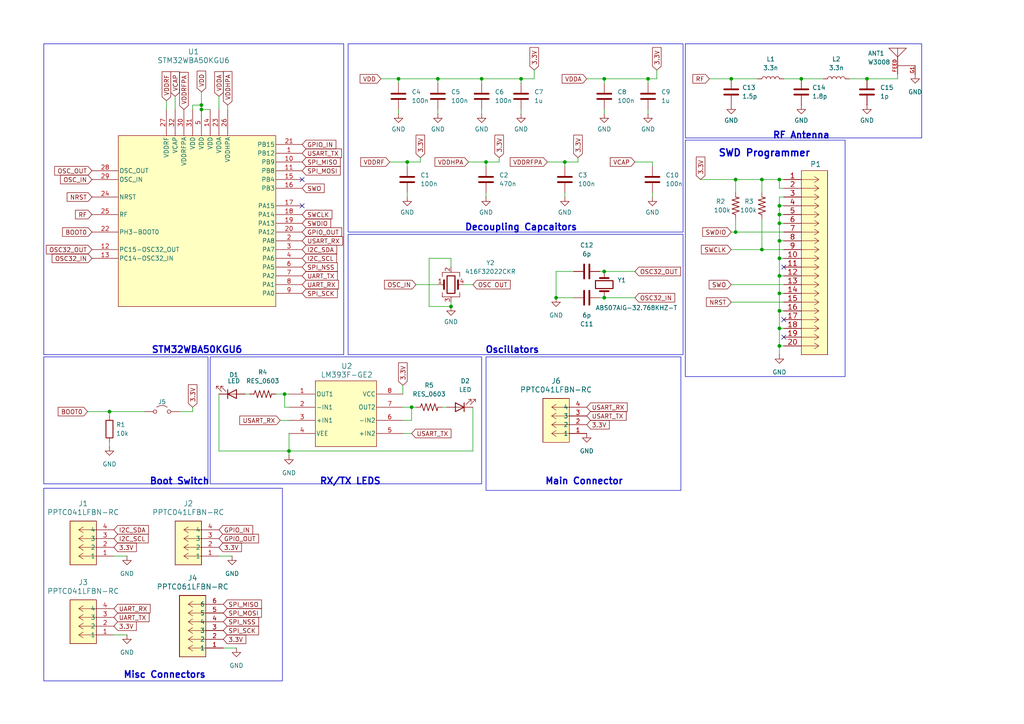
<source format=kicad_sch>
(kicad_sch (version 20231120) (generator "eeschema") (generator_version "8.0")
  (paper "A4")
  (lib_symbols
    (symbol "Device:C" (pin_numbers hide) (pin_names (offset 0.254))
      (property "Reference" "C" (at 0.635 2.54 0))
      (property "Value" "C" (at 0.635 -2.54 0))
      (symbol "C_1_1"
        (pin passive line (at 0 3.81 270) (length 2.794) (name "~") (number "1"))
        (pin passive line (at 0 -3.81 90) (length 2.794) (name "~") (number "2"))
      )
    )
    (symbol "Device:Crystal" (pin_numbers hide) (pin_names (offset 1.016) hide)
      (property "Reference" "Y" (at 0 3.81 0))
      (property "Value" "Crystal" (at 0 -3.81 0))
      (symbol "Crystal_1_1"
        (pin passive line (at -3.81 0 0) (length 1.27) (name "1") (number "1"))
        (pin passive line (at 3.81 0 180) (length 1.27) (name "2") (number "2"))
      )
    )
    (symbol "Device:Crystal_GND23" (pin_names (offset 1.016) hide)
      (property "Reference" "Y" (at 3.175 5.08 0))
      (property "Value" "Crystal_GND23" (at 3.175 3.175 0))
      (symbol "Crystal_GND23_1_1"
        (pin passive line (at -3.81 0 0) (length 1.27) (name "1") (number "1"))
        (pin passive line (at 0 5.08 270) (length 1.27) (name "2") (number "2"))
        (pin passive line (at 0 -5.08 90) (length 1.27) (name "3") (number "3"))
        (pin passive line (at 3.81 0 180) (length 1.27) (name "4") (number "4"))
      )
    )
    (symbol "Device:L" (pin_numbers hide) (pin_names (offset 1.016) hide)
      (property "Reference" "L" (at -1.27 0 90))
      (property "Value" "L" (at 1.905 0 90))
      (symbol "L_1_1"
        (pin passive line (at 0 3.81 270) (length 1.27) (name "1") (number "1"))
        (pin passive line (at 0 -3.81 90) (length 1.27) (name "2") (number "2"))
      )
    )
    (symbol "Device:LED" (pin_numbers hide) (pin_names (offset 1.016) hide)
      (property "Reference" "D" (at 0 2.54 0))
      (property "Value" "LED" (at 0 -2.54 0))
      (symbol "LED_1_1"
        (pin passive line (at -3.81 0 0) (length 2.54) (name "K") (number "1"))
        (pin passive line (at 3.81 0 180) (length 2.54) (name "A") (number "2"))
      )
    )
    (symbol "Device:R" (pin_numbers hide) (pin_names (offset 0))
      (property "Reference" "R" (at 2.032 0 90))
      (property "Value" "R" (at 0 0 90))
      (symbol "R_1_1"
        (pin passive line (at 0 3.81 270) (length 1.27) (name "~") (number "1"))
        (pin passive line (at 0 -3.81 90) (length 1.27) (name "~") (number "2"))
      )
    )
    (symbol "Flight-Computer:3220-20-0200-00" (pin_names (offset 0.254) hide)
      (property "Reference" "P" (at 8.89 6.35 0))
      (symbol "3220-20-0200-00_1_1"
        (pin passive line (at 0 0 0) (length 5.08) (name "1") (number "1"))
        (pin passive line (at 0 -22.86 0) (length 5.08) (name "10") (number "10"))
        (pin passive line (at 0 -25.4 0) (length 5.08) (name "11") (number "11"))
        (pin passive line (at 0 -27.94 0) (length 5.08) (name "12") (number "12"))
        (pin passive line (at 0 -30.48 0) (length 5.08) (name "13") (number "13"))
        (pin passive line (at 0 -33.02 0) (length 5.08) (name "14") (number "14"))
        (pin passive line (at 0 -35.56 0) (length 5.08) (name "15") (number "15"))
        (pin passive line (at 0 -38.1 0) (length 5.08) (name "16") (number "16"))
        (pin passive line (at 0 -40.64 0) (length 5.08) (name "17") (number "17"))
        (pin passive line (at 0 -43.18 0) (length 5.08) (name "18") (number "18"))
        (pin passive line (at 0 -45.72 0) (length 5.08) (name "19") (number "19"))
        (pin passive line (at 0 -2.54 0) (length 5.08) (name "2") (number "2"))
        (pin passive line (at 0 -48.26 0) (length 5.08) (name "20") (number "20"))
        (pin passive line (at 0 -5.08 0) (length 5.08) (name "3") (number "3"))
        (pin passive line (at 0 -7.62 0) (length 5.08) (name "4") (number "4"))
        (pin passive line (at 0 -10.16 0) (length 5.08) (name "5") (number "5"))
        (pin passive line (at 0 -12.7 0) (length 5.08) (name "6") (number "6"))
        (pin passive line (at 0 -15.24 0) (length 5.08) (name "7") (number "7"))
        (pin passive line (at 0 -17.78 0) (length 5.08) (name "8") (number "8"))
        (pin passive line (at 0 -20.32 0) (length 5.08) (name "9") (number "9"))
      )
    )
    (symbol "Flight-Computer:Jumper_NO" (pin_numbers hide) (pin_names (offset 0) hide)
      (property "Reference" "J" (at 0 2.794 0))
      (symbol "Jumper_NO_1_1"
        (pin passive line (at -5.08 0 0) (length 2.54) (name "A") (number "1"))
        (pin passive line (at 5.08 0 180) (length 2.54) (name "B") (number "2"))
      )
    )
    (symbol "Flight-Computer:RES_0603" (pin_numbers hide) (pin_names (offset 1.016) hide)
      (property "Reference" "R" (at -1.27 1.27 0))
      (property "Value" "RES_0603" (at -3.81 -2.54 0))
      (symbol "RES_0603_0_0"
        (pin passive line (at -3.81 0 0) (length 1.27) (name "~") (number "1"))
        (pin passive line (at 3.81 0 180) (length 1.27) (name "~") (number "2"))
      )
    )
    (symbol "LM393F_GE2:LM393F-GE2" (pin_names (offset 0.254))
      (property "Reference" "U2" (at 16.764 6.858 0))
      (property "Value" "LM393F-GE2" (at 16.764 4.318 0))
      (symbol "LM393F-GE2_0_1"
        (pin output line (at 0 -1.27 0) (length 7.62) (name "OUT1") (number "1"))
        (pin input line (at 0 -5.08 0) (length 7.62) (name "-IN1") (number "2"))
        (pin input line (at 0 -8.89 0) (length 7.62) (name "+IN1") (number "3"))
        (pin power_in line (at 0 -12.7 0) (length 7.62) (name "VEE") (number "4"))
        (pin input line (at 33.02 -12.7 180) (length 7.62) (name "+IN2") (number "5"))
        (pin input line (at 33.02 -8.89 180) (length 7.62) (name "-IN2") (number "6"))
        (pin output line (at 33.02 -5.08 180) (length 7.62) (name "OUT2") (number "7"))
        (pin power_in line (at 33.02 -1.27 180) (length 7.62) (name "VCC") (number "8"))
      )
    )
    (symbol "PPCC041:PPTC061LFBN-RC" (pin_names (offset 0.254))
      (property "Reference" "J4" (at 8.89 -20.32 0))
      (property "Value" "PPTC061LFBN-RC" (at 8.89 -17.78 0))
      (symbol "PPTC061LFBN-RC_0_1"
        (pin unspecified line (at 0 0 0) (length 5.08) (name "1") (number "1"))
        (pin unspecified line (at 0 -2.54 0) (length 5.08) (name "2") (number "2"))
        (pin unspecified line (at 0 -5.08 0) (length 5.08) (name "3") (number "3"))
        (pin unspecified line (at 0 -7.62 0) (length 5.08) (name "4") (number "4"))
        (pin unspecified line (at 0 -10.16 0) (length 5.08) (name "5") (number "5"))
        (pin unspecified line (at 0 -12.7 0) (length 5.08) (name "6") (number "6"))
      )
    )
    (symbol "PPTC041LFBN-RC_1" (pin_names (offset 0.254))
      (property "Reference" "J1" (at 8.89 -15.24 0))
      (property "Value" "PPTC041LFBN-RC" (at 8.89 -12.7 0))
      (symbol "PPTC041LFBN-RC_1_1_1"
        (pin unspecified line (at 0 0 0) (length 5.08) (name "1") (number "1"))
        (pin unspecified line (at 0 -2.54 0) (length 5.08) (name "2") (number "2"))
        (pin unspecified line (at 0 -5.08 0) (length 5.08) (name "3") (number "3"))
        (pin unspecified line (at 0 -7.62 0) (length 5.08) (name "4") (number "4"))
      )
      (symbol "PPTC041LFBN-RC_1_1_2"
        (pin unspecified line (at 0 0 0) (length 5.08) (name "1") (number "1"))
        (pin unspecified line (at 0 -2.54 0) (length 5.08) (name "2") (number "2"))
        (pin unspecified line (at 0 -5.08 0) (length 5.08) (name "3") (number "3"))
        (pin unspecified line (at 0 -7.62 0) (length 5.08) (name "4") (number "4"))
      )
    )
    (symbol "RES_0603_5" (pin_numbers hide) (pin_names (offset 1.016) hide)
      (property "Reference" "R" (at -1.27 1.27 0))
      (property "Value" "RES_0603_5" (at -3.81 -2.54 0))
      (symbol "RES_0603_5_0_0"
        (pin passive line (at -3.81 0 0) (length 1.27) (name "~") (number "1"))
        (pin passive line (at 3.81 0 180) (length 1.27) (name "~") (number "2"))
      )
    )
    (symbol "STM32WBA50:STM32WBA50KGU6" (pin_names (offset 0.254))
      (property "Reference" "U1" (at 29.464 23.114 0))
      (property "Value" "STM32WBA50KGU6" (at 29.464 20.574 0))
      (symbol "STM32WBA50KGU6_0_1"
        (pin bidirectional line (at 60.96 -6.35 180) (length 7.62) (name "PB12") (number "1"))
        (pin bidirectional line (at 60.96 -8.89 180) (length 7.62) (name "PB9") (number "10"))
        (pin bidirectional line (at 60.96 -11.43 180) (length 7.62) (name "PB8") (number "11"))
        (pin bidirectional line (at 0 -34.29 0) (length 7.62) (name "PC15-OSC32_OUT") (number "12"))
        (pin bidirectional line (at 0 -36.83 0) (length 7.62) (name "PC14-OSC32_IN") (number "13"))
        (pin bidirectional line (at 60.96 -13.97 180) (length 7.62) (name "PB4") (number "15"))
        (pin bidirectional line (at 60.96 -16.51 180) (length 7.62) (name "PB3") (number "16"))
        (pin bidirectional line (at 60.96 -21.59 180) (length 7.62) (name "PA15") (number "17"))
        (pin bidirectional line (at 60.96 -24.13 180) (length 7.62) (name "PA14") (number "18"))
        (pin bidirectional line (at 60.96 -26.67 180) (length 7.62) (name "PA13") (number "19"))
        (pin bidirectional line (at 60.96 -31.75 180) (length 7.62) (name "PA8") (number "2"))
        (pin bidirectional line (at 60.96 -29.21 180) (length 7.62) (name "PA12") (number "20"))
        (pin bidirectional line (at 60.96 -3.81 180) (length 7.62) (name "PB15") (number "21"))
        (pin bidirectional line (at 0 -29.21 0) (length 7.62) (name "PH3-BOOT0") (number "22"))
        (pin power_in line (at 36.83 6.35 270) (length 7.62) (name "VDDA") (number "23"))
        (pin bidirectional line (at 0 -19.05 0) (length 7.62) (name "NRST") (number "24"))
        (pin unspecified line (at 0 -24.13 0) (length 7.62) (name "RF") (number "25"))
        (pin power_in line (at 39.37 6.35 270) (length 7.62) (name "VDDHPA") (number "26"))
        (pin power_in line (at 21.59 6.35 270) (length 7.62) (name "VDDRF") (number "27"))
        (pin output line (at 0 -11.43 0) (length 7.62) (name "OSC_OUT") (number "28"))
        (pin input line (at 0 -13.97 0) (length 7.62) (name "OSC_IN") (number "29"))
        (pin bidirectional line (at 60.96 -34.29 180) (length 7.62) (name "PA7") (number "3"))
        (pin power_in line (at 26.67 6.35 270) (length 7.62) (name "VDDRFPA") (number "30"))
        (pin power_in line (at 29.21 6.35 270) (length 7.62) (name "VDD") (number "31"))
        (pin power_in line (at 24.13 6.35 270) (length 7.62) (name "VCAP") (number "32"))
        (pin bidirectional line (at 60.96 -36.83 180) (length 7.62) (name "PA6") (number "4"))
        (pin bidirectional line (at 60.96 -39.37 180) (length 7.62) (name "PA5") (number "6"))
        (pin bidirectional line (at 60.96 -41.91 180) (length 7.62) (name "PA2") (number "7"))
        (pin bidirectional line (at 60.96 -44.45 180) (length 7.62) (name "PA1") (number "8"))
        (pin bidirectional line (at 60.96 -46.99 180) (length 7.62) (name "PA0") (number "9"))
      )
      (symbol "STM32WBA50KGU6_1_1"
        (pin power_in line (at 34.29 6.35 270) (length 7.62) (name "VDD") (number "14"))
        (pin power_in line (at 31.75 6.35 270) (length 7.62) (name "VDD") (number "5"))
      )
    )
    (symbol "W3008:W3008" (pin_names (offset 1.016))
      (property "Reference" "ANT1" (at 7.62 3.8101 0))
      (property "Value" "W3008" (at 7.62 1.2701 0))
      (symbol "W3008_0_0"
        (pin passive line (at 1.27 -2.54 90) (length 5.08) (name "~") (number "FEED"))
        (pin passive line (at 6.35 -2.54 90) (length 2.54) (name "~") (number "G1"))
      )
    )
    (symbol "power:GND" (power) (pin_numbers hide) (pin_names (offset 0) hide)
      (property "Value" "GND" (at 0 -3.81 0))
      (symbol "GND_1_1"
        (pin power_in line (at 0 0 270) (length 0) (name "~") (number "1"))
      )
    )
  )
  (junction (at 175.26 78.74))
  (junction (at 82.55 114.3))
  (junction (at 226.06 95.25))
  (junction (at 226.06 59.69))
  (junction (at 226.06 80.01))
  (junction (at 118.11 46.99))
  (junction (at 226.06 74.93))
  (junction (at 213.36 67.31))
  (junction (at 175.26 22.86))
  (junction (at 232.41 22.86))
  (junction (at 130.81 88.9))
  (junction (at 151.13 22.86))
  (junction (at 83.82 130.81))
  (junction (at 127 22.86))
  (junction (at 175.26 86.36))
  (junction (at 220.98 52.07))
  (junction (at 58.42 30.48))
  (junction (at 220.98 72.39))
  (junction (at 115.57 22.86))
  (junction (at 31.75 119.38))
  (junction (at 226.06 62.23))
  (junction (at 226.06 90.17))
  (junction (at 119.38 118.11))
  (junction (at 212.09 22.86))
  (junction (at 139.7 22.86))
  (junction (at 226.06 52.07))
  (junction (at 226.06 64.77))
  (junction (at 226.06 85.09))
  (junction (at 161.29 86.36))
  (junction (at 163.83 46.99))
  (junction (at 58.42 31.75))
  (junction (at 226.06 69.85))
  (junction (at 140.97 46.99))
  (junction (at 251.46 22.86))
  (junction (at 187.96 22.86))
  (junction (at 213.36 52.07))
  (junction (at 226.06 100.33))
  (no_connect (at 227.33 77.47))
  (no_connect (at 87.63 59.69))
  (no_connect (at 227.33 92.71))
  (no_connect (at 87.63 52.07))
  (no_connect (at 227.33 97.79))
  (wire (pts (xy 220.98 52.07) (xy 213.36 52.07)))
  (wire (pts (xy 52.07 119.38) (xy 55.88 119.38)))
  (wire (pts (xy 227.33 57.15) (xy 226.06 57.15)))
  (wire (pts (xy 121.92 45.72) (xy 121.92 46.99)))
  (wire (pts (xy 170.18 22.86) (xy 175.26 22.86)))
  (wire (pts (xy 83.82 130.81) (xy 83.82 132.08)))
  (wire (pts (xy 227.33 95.25) (xy 226.06 95.25)))
  (wire (pts (xy 140.97 55.88) (xy 140.97 57.15)))
  (wire (pts (xy 226.06 85.09) (xy 226.06 90.17)))
  (wire (pts (xy 226.06 62.23) (xy 226.06 64.77)))
  (wire (pts (xy 227.33 22.86) (xy 232.41 22.86)))
  (wire (pts (xy 116.84 111.76) (xy 116.84 114.3)))
  (wire (pts (xy 226.06 57.15) (xy 226.06 59.69)))
  (wire (pts (xy 113.03 46.99) (xy 118.11 46.99)))
  (wire (pts (xy 226.06 90.17) (xy 226.06 95.25)))
  (wire (pts (xy 187.96 22.86) (xy 187.96 24.13)))
  (wire (pts (xy 232.41 22.86) (xy 238.76 22.86)))
  (wire (pts (xy 120.65 82.55) (xy 127 82.55)))
  (wire (pts (xy 251.46 22.86) (xy 260.35 22.86)))
  (wire (pts (xy 55.88 31.75) (xy 55.88 30.48)))
  (wire (pts (xy 139.7 22.86) (xy 139.7 24.13)))
  (wire (pts (xy 213.36 67.31) (xy 227.33 67.31)))
  (wire (pts (xy 130.81 74.93) (xy 124.46 74.93)))
  (wire (pts (xy 226.06 54.61) (xy 226.06 52.07)))
  (wire (pts (xy 187.96 22.86) (xy 190.5 22.86)))
  (wire (pts (xy 31.75 119.38) (xy 41.91 119.38)))
  (wire (pts (xy 119.38 121.92) (xy 116.84 121.92)))
  (wire (pts (xy 227.33 82.55) (xy 212.09 82.55)))
  (wire (pts (xy 58.42 30.48) (xy 58.42 31.75)))
  (wire (pts (xy 227.33 64.77) (xy 226.06 64.77)))
  (wire (pts (xy 83.82 125.73) (xy 83.82 130.81)))
  (wire (pts (xy 119.38 118.11) (xy 119.38 121.92)))
  (wire (pts (xy 116.84 118.11) (xy 119.38 118.11)))
  (wire (pts (xy 226.06 80.01) (xy 226.06 85.09)))
  (wire (pts (xy 139.7 22.86) (xy 151.13 22.86)))
  (wire (pts (xy 227.33 74.93) (xy 226.06 74.93)))
  (wire (pts (xy 110.49 22.86) (xy 115.57 22.86)))
  (wire (pts (xy 83.82 130.81) (xy 137.16 130.81)))
  (wire (pts (xy 227.33 90.17) (xy 226.06 90.17)))
  (wire (pts (xy 227.33 100.33) (xy 226.06 100.33)))
  (wire (pts (xy 175.26 86.36) (xy 184.15 86.36)))
  (wire (pts (xy 48.26 29.21) (xy 48.26 31.75)))
  (wire (pts (xy 220.98 72.39) (xy 227.33 72.39)))
  (wire (pts (xy 140.97 46.99) (xy 144.78 46.99)))
  (wire (pts (xy 226.06 69.85) (xy 226.06 74.93)))
  (wire (pts (xy 130.81 77.47) (xy 130.81 74.93)))
  (wire (pts (xy 55.88 118.11) (xy 55.88 119.38)))
  (wire (pts (xy 190.5 20.32) (xy 190.5 22.86)))
  (wire (pts (xy 115.57 22.86) (xy 115.57 24.13)))
  (wire (pts (xy 175.26 22.86) (xy 187.96 22.86)))
  (wire (pts (xy 226.06 95.25) (xy 226.06 100.33)))
  (wire (pts (xy 227.33 69.85) (xy 226.06 69.85)))
  (wire (pts (xy 226.06 64.77) (xy 226.06 69.85)))
  (wire (pts (xy 63.5 114.3) (xy 63.5 130.81)))
  (wire (pts (xy 82.55 114.3) (xy 83.82 114.3)))
  (wire (pts (xy 31.75 119.38) (xy 31.75 120.65)))
  (wire (pts (xy 63.5 27.94) (xy 63.5 31.75)))
  (wire (pts (xy 227.33 54.61) (xy 226.06 54.61)))
  (wire (pts (xy 144.78 45.72) (xy 144.78 46.99)))
  (wire (pts (xy 246.38 22.86) (xy 251.46 22.86)))
  (wire (pts (xy 127 22.86) (xy 139.7 22.86)))
  (wire (pts (xy 226.06 52.07) (xy 220.98 52.07)))
  (wire (pts (xy 213.36 52.07) (xy 203.2 52.07)))
  (wire (pts (xy 175.26 22.86) (xy 175.26 24.13)))
  (wire (pts (xy 83.82 130.81) (xy 63.5 130.81)))
  (wire (pts (xy 127 22.86) (xy 127 24.13)))
  (wire (pts (xy 154.94 20.32) (xy 154.94 22.86)))
  (wire (pts (xy 130.81 87.63) (xy 130.81 88.9)))
  (wire (pts (xy 227.33 59.69) (xy 226.06 59.69)))
  (wire (pts (xy 151.13 22.86) (xy 151.13 24.13)))
  (wire (pts (xy 139.7 31.75) (xy 139.7 33.02)))
  (wire (pts (xy 33.02 161.29) (xy 36.83 161.29)))
  (wire (pts (xy 173.99 78.74) (xy 175.26 78.74)))
  (wire (pts (xy 163.83 55.88) (xy 163.83 57.15)))
  (wire (pts (xy 63.5 161.29) (xy 67.31 161.29)))
  (wire (pts (xy 33.02 184.15) (xy 36.83 184.15)))
  (wire (pts (xy 167.64 45.72) (xy 167.64 46.99)))
  (wire (pts (xy 134.62 82.55) (xy 137.16 82.55)))
  (wire (pts (xy 66.04 30.48) (xy 66.04 31.75)))
  (wire (pts (xy 220.98 63.5) (xy 220.98 72.39)))
  (wire (pts (xy 260.35 22.86) (xy 260.35 21.59)))
  (wire (pts (xy 161.29 86.36) (xy 166.37 86.36)))
  (wire (pts (xy 213.36 52.07) (xy 213.36 55.88)))
  (wire (pts (xy 58.42 26.67) (xy 58.42 30.48)))
  (wire (pts (xy 205.74 22.86) (xy 212.09 22.86)))
  (wire (pts (xy 71.12 114.3) (xy 72.39 114.3)))
  (wire (pts (xy 115.57 22.86) (xy 127 22.86)))
  (wire (pts (xy 213.36 63.5) (xy 213.36 67.31)))
  (wire (pts (xy 82.55 114.3) (xy 82.55 118.11)))
  (wire (pts (xy 161.29 78.74) (xy 161.29 86.36)))
  (wire (pts (xy 124.46 74.93) (xy 124.46 88.9)))
  (wire (pts (xy 81.28 121.92) (xy 83.82 121.92)))
  (wire (pts (xy 227.33 80.01) (xy 226.06 80.01)))
  (wire (pts (xy 151.13 31.75) (xy 151.13 33.02)))
  (wire (pts (xy 64.77 187.96) (xy 68.58 187.96)))
  (wire (pts (xy 227.33 62.23) (xy 226.06 62.23)))
  (wire (pts (xy 25.4 119.38) (xy 31.75 119.38)))
  (wire (pts (xy 118.11 46.99) (xy 121.92 46.99)))
  (wire (pts (xy 226.06 100.33) (xy 226.06 102.87)))
  (wire (pts (xy 50.8 27.94) (xy 50.8 31.75)))
  (wire (pts (xy 212.09 22.86) (xy 219.71 22.86)))
  (wire (pts (xy 119.38 118.11) (xy 120.65 118.11)))
  (wire (pts (xy 212.09 72.39) (xy 220.98 72.39)))
  (wire (pts (xy 163.83 46.99) (xy 167.64 46.99)))
  (wire (pts (xy 184.15 78.74) (xy 175.26 78.74)))
  (wire (pts (xy 175.26 31.75) (xy 175.26 33.02)))
  (wire (pts (xy 184.15 46.99) (xy 189.23 46.99)))
  (wire (pts (xy 80.01 114.3) (xy 82.55 114.3)))
  (wire (pts (xy 118.11 46.99) (xy 118.11 48.26)))
  (wire (pts (xy 135.89 46.99) (xy 140.97 46.99)))
  (wire (pts (xy 151.13 22.86) (xy 154.94 22.86)))
  (wire (pts (xy 163.83 46.99) (xy 163.83 48.26)))
  (wire (pts (xy 115.57 31.75) (xy 115.57 33.02)))
  (wire (pts (xy 226.06 52.07) (xy 227.33 52.07)))
  (wire (pts (xy 158.75 46.99) (xy 163.83 46.99)))
  (wire (pts (xy 55.88 30.48) (xy 58.42 30.48)))
  (wire (pts (xy 137.16 130.81) (xy 137.16 118.11)))
  (wire (pts (xy 226.06 74.93) (xy 226.06 80.01)))
  (wire (pts (xy 31.75 128.27) (xy 31.75 129.54)))
  (wire (pts (xy 189.23 55.88) (xy 189.23 57.15)))
  (wire (pts (xy 128.27 118.11) (xy 129.54 118.11)))
  (wire (pts (xy 127 31.75) (xy 127 33.02)))
  (wire (pts (xy 118.11 55.88) (xy 118.11 57.15)))
  (wire (pts (xy 140.97 46.99) (xy 140.97 48.26)))
  (wire (pts (xy 60.96 31.75) (xy 58.42 31.75)))
  (wire (pts (xy 226.06 59.69) (xy 226.06 62.23)))
  (wire (pts (xy 189.23 46.99) (xy 189.23 48.26)))
  (wire (pts (xy 124.46 88.9) (xy 130.81 88.9)))
  (wire (pts (xy 119.38 125.73) (xy 116.84 125.73)))
  (wire (pts (xy 166.37 78.74) (xy 161.29 78.74)))
  (wire (pts (xy 82.55 118.11) (xy 83.82 118.11)))
  (wire (pts (xy 212.09 67.31) (xy 213.36 67.31)))
  (wire (pts (xy 227.33 85.09) (xy 226.06 85.09)))
  (wire (pts (xy 220.98 52.07) (xy 220.98 55.88)))
  (wire (pts (xy 212.09 87.63) (xy 227.33 87.63)))
  (wire (pts (xy 187.96 31.75) (xy 187.96 33.02)))
  (wire (pts (xy 173.99 86.36) (xy 175.26 86.36)))
  (rectangle (start 12.7 141.605) (end 81.915 197.485))
  (rectangle (start 100.965 67.945) (end 198.12 102.87))
  (rectangle (start 12.7 12.7) (end 99.695 102.87))
  (rectangle (start 60.96 103.505) (end 139.7 140.335))
  (rectangle (start 198.755 40.64) (end 245.11 109.22))
  (rectangle (start 100.965 12.7) (end 198.12 67.31))
  (rectangle (start 140.97 103.505) (end 197.485 142.24))
  (rectangle (start 12.7 103.505) (end 60.325 140.335))
  (rectangle (start 198.755 12.7) (end 267.335 40.005))
  (text "Oscillators\n" (at 148.59 101.6 0) (effects (font (size 1.905 1.905) (thickness 0.381) (bold yes))))
  (text "Boot Switch\n" (at 52.07 139.7 0) (effects (font (size 1.905 1.905) (thickness 0.381) (bold yes))))
  (text "RF Antenna\n" (at 232.41 39.37 0) (effects (font (size 1.905 1.905) (thickness 0.381) (bold yes))))
  (text "SWD Programmer" (at 208.28 45.72 0) (effects (font (size 2.032 2.032) (thickness 0.4064) (bold yes)) (justify left bottom)))
  (text "Decoupling Capcaitors\n" (at 151.13 66.04 0) (effects (font (size 1.905 1.905) (thickness 0.381) (bold yes))))
  (text "RX/TX LEDS\n" (at 101.6 139.7 0) (effects (font (size 1.905 1.905) (thickness 0.381) (bold yes))))
  (text "Misc Connectors\n" (at 47.752 195.834 0) (effects (font (size 1.905 1.905) (thickness 0.381) (bold yes))))
  (text "STM32WBA50KGU6\n" (at 57.15 101.6 0) (effects (font (size 1.905 1.905) (thickness 0.381) (bold yes))))
  (text "Main Connector\n\n" (at 169.418 141.224 0) (effects (font (size 1.905 1.905) (thickness 0.381) (bold yes))))
  (global_label "GPIO_IN" (shape input) (at 87.63 41.91 0) (property "Intersheetrefs" "${INTERSHEET_REFS}" (effects (hide yes))))
  (global_label "USART_TX" (shape input) (at 119.38 125.73 0) (property "Intersheetrefs" "${INTERSHEET_REFS}" (effects (hide yes))))
  (global_label "VDD" (shape input) (at 58.42 26.67 90) (property "Intersheetrefs" "${INTERSHEET_REFS}" (effects (hide yes))))
  (global_label "3.3V" (shape input) (at 33.02 181.61 0) (property "Intersheetrefs" "${INTERSHEET_REFS}" (effects (hide yes))))
  (global_label "VCAP" (shape input) (at 184.15 46.99 180) (property "Intersheetrefs" "${INTERSHEET_REFS}" (effects (hide yes))))
  (global_label "GPIO_OUT" (shape input) (at 87.63 67.31 0) (property "Intersheetrefs" "${INTERSHEET_REFS}" (effects (hide yes))))
  (global_label "USART_RX" (shape input) (at 81.28 121.92 180) (property "Intersheetrefs" "${INTERSHEET_REFS}" (effects (hide yes))))
  (global_label "SWDIO" (shape input) (at 212.09 67.31 180) (property "Intersheetrefs" "${INTERSHEET_REFS}" (effects (hide yes))))
  (global_label "OSC_IN" (shape input) (at 26.67 52.07 180) (property "Intersheetrefs" "${INTERSHEET_REFS}" (effects (hide yes))))
  (global_label "OSC32_OUT" (shape input) (at 26.67 72.39 180) (property "Intersheetrefs" "${INTERSHEET_REFS}" (effects (hide yes))))
  (global_label "OSC_IN" (shape input) (at 120.65 82.55 180) (property "Intersheetrefs" "${INTERSHEET_REFS}" (effects (hide yes))))
  (global_label "VDDRF" (shape input) (at 113.03 46.99 180) (property "Intersheetrefs" "${INTERSHEET_REFS}" (effects (hide yes))))
  (global_label "3.3V" (shape input) (at 55.88 118.11 90) (property "Intersheetrefs" "${INTERSHEET_REFS}" (effects (hide yes))))
  (global_label "3.3V" (shape input) (at 203.2 52.07 90) (property "Intersheetrefs" "${INTERSHEET_REFS}" (effects (hide yes))))
  (global_label "RF" (shape input) (at 26.67 62.23 180) (property "Intersheetrefs" "${INTERSHEET_REFS}" (effects (hide yes))))
  (global_label "SWDIO" (shape input) (at 87.63 64.77 0) (property "Intersheetrefs" "${INTERSHEET_REFS}" (effects (hide yes))))
  (global_label "SPI_MISO" (shape input) (at 64.77 175.26 0) (property "Intersheetrefs" "${INTERSHEET_REFS}" (effects (hide yes))))
  (global_label "SPI_NSS" (shape input) (at 64.77 180.34 0) (property "Intersheetrefs" "${INTERSHEET_REFS}" (effects (hide yes))))
  (global_label "SWCLK" (shape input) (at 212.09 72.39 180) (property "Intersheetrefs" "${INTERSHEET_REFS}" (effects (hide yes))))
  (global_label "3.3V" (shape input) (at 64.77 185.42 0) (property "Intersheetrefs" "${INTERSHEET_REFS}" (effects (hide yes))))
  (global_label "RF" (shape input) (at 205.74 22.86 180) (property "Intersheetrefs" "${INTERSHEET_REFS}" (effects (hide yes))))
  (global_label "SWO" (shape input) (at 212.09 82.55 180) (property "Intersheetrefs" "${INTERSHEET_REFS}" (effects (hide yes))))
  (global_label "GPIO_IN" (shape input) (at 63.5 153.67 0) (property "Intersheetrefs" "${INTERSHEET_REFS}" (effects (hide yes))))
  (global_label "OSC32_OUT" (shape input) (at 184.15 78.74 0) (property "Intersheetrefs" "${INTERSHEET_REFS}" (effects (hide yes))))
  (global_label "VDDHPA" (shape input) (at 135.89 46.99 180) (property "Intersheetrefs" "${INTERSHEET_REFS}" (effects (hide yes))))
  (global_label "OSC_OUT" (shape input) (at 26.67 49.53 180) (property "Intersheetrefs" "${INTERSHEET_REFS}" (effects (hide yes))))
  (global_label "3.3V" (shape input) (at 116.84 111.76 90) (property "Intersheetrefs" "${INTERSHEET_REFS}" (effects (hide yes))))
  (global_label "BOOT0" (shape input) (at 25.4 119.38 180) (property "Intersheetrefs" "${INTERSHEET_REFS}" (effects (hide yes))))
  (global_label "OSC32_IN" (shape input) (at 184.15 86.36 0) (property "Intersheetrefs" "${INTERSHEET_REFS}" (effects (hide yes))))
  (global_label "VDDRFPA" (shape input) (at 53.34 31.75 90) (property "Intersheetrefs" "${INTERSHEET_REFS}" (effects (hide yes))))
  (global_label "SWO" (shape input) (at 87.63 54.61 0) (property "Intersheetrefs" "${INTERSHEET_REFS}" (effects (hide yes))))
  (global_label "SPI_SCK" (shape input) (at 87.63 85.09 0) (property "Intersheetrefs" "${INTERSHEET_REFS}" (effects (hide yes))))
  (global_label "USART_RX" (shape input) (at 87.63 69.85 0) (property "Intersheetrefs" "${INTERSHEET_REFS}" (effects (hide yes))))
  (global_label "3.3V" (shape input) (at 33.02 158.75 0) (property "Intersheetrefs" "${INTERSHEET_REFS}" (effects (hide yes))))
  (global_label "NRST" (shape input) (at 212.09 87.63 180) (property "Intersheetrefs" "${INTERSHEET_REFS}" (effects (hide yes))))
  (global_label "I2C_SCL" (shape input) (at 87.63 74.93 0) (property "Intersheetrefs" "${INTERSHEET_REFS}" (effects (hide yes))))
  (global_label "VDDHPA" (shape input) (at 66.04 30.48 90) (property "Intersheetrefs" "${INTERSHEET_REFS}" (effects (hide yes))))
  (global_label "3.3V" (shape input) (at 167.64 45.72 90) (property "Intersheetrefs" "${INTERSHEET_REFS}" (effects (hide yes))))
  (global_label "SPI_MOSI" (shape input) (at 64.77 177.8 0) (property "Intersheetrefs" "${INTERSHEET_REFS}" (effects (hide yes))))
  (global_label "SPI_SCK" (shape input) (at 64.77 182.88 0) (property "Intersheetrefs" "${INTERSHEET_REFS}" (effects (hide yes))))
  (global_label "I2C_SDA" (shape input) (at 33.02 153.67 0) (property "Intersheetrefs" "${INTERSHEET_REFS}" (effects (hide yes))))
  (global_label "I2C_SDA" (shape input) (at 87.63 72.39 0) (property "Intersheetrefs" "${INTERSHEET_REFS}" (effects (hide yes))))
  (global_label "I2C_SCL" (shape input) (at 33.02 156.21 0) (property "Intersheetrefs" "${INTERSHEET_REFS}" (effects (hide yes))))
  (global_label "USART_TX" (shape input) (at 170.18 120.65 0) (property "Intersheetrefs" "${INTERSHEET_REFS}" (effects (hide yes))))
  (global_label "SPI_MISO" (shape input) (at 87.63 46.99 0) (property "Intersheetrefs" "${INTERSHEET_REFS}" (effects (hide yes))))
  (global_label "UART_TX" (shape input) (at 87.63 80.01 0) (property "Intersheetrefs" "${INTERSHEET_REFS}" (effects (hide yes))))
  (global_label "VCAP" (shape input) (at 50.8 27.94 90) (property "Intersheetrefs" "${INTERSHEET_REFS}" (effects (hide yes))))
  (global_label "BOOT0" (shape input) (at 26.67 67.31 180) (property "Intersheetrefs" "${INTERSHEET_REFS}" (effects (hide yes))))
  (global_label "3.3V" (shape input) (at 63.5 158.75 0) (property "Intersheetrefs" "${INTERSHEET_REFS}" (effects (hide yes))))
  (global_label "VDDA" (shape input) (at 63.5 27.94 90) (property "Intersheetrefs" "${INTERSHEET_REFS}" (effects (hide yes))))
  (global_label "OSC OUT" (shape input) (at 137.16 82.55 0) (property "Intersheetrefs" "${INTERSHEET_REFS}" (effects (hide yes))))
  (global_label "SPI_NSS" (shape input) (at 87.63 77.47 0) (property "Intersheetrefs" "${INTERSHEET_REFS}" (effects (hide yes))))
  (global_label "SPI_MOSI" (shape input) (at 87.63 49.53 0) (property "Intersheetrefs" "${INTERSHEET_REFS}" (effects (hide yes))))
  (global_label "3.3V" (shape input) (at 144.78 45.72 90) (property "Intersheetrefs" "${INTERSHEET_REFS}" (effects (hide yes))))
  (global_label "3.3V" (shape input) (at 154.94 20.32 90) (property "Intersheetrefs" "${INTERSHEET_REFS}" (effects (hide yes))))
  (global_label "UART_TX" (shape input) (at 33.02 179.07 0) (property "Intersheetrefs" "${INTERSHEET_REFS}" (effects (hide yes))))
  (global_label "NRST" (shape input) (at 26.67 57.15 180) (property "Intersheetrefs" "${INTERSHEET_REFS}" (effects (hide yes))))
  (global_label "3.3V" (shape input) (at 190.5 20.32 90) (property "Intersheetrefs" "${INTERSHEET_REFS}" (effects (hide yes))))
  (global_label "3.3V" (shape input) (at 121.92 45.72 90) (property "Intersheetrefs" "${INTERSHEET_REFS}" (effects (hide yes))))
  (global_label "VDDA" (shape input) (at 170.18 22.86 180) (property "Intersheetrefs" "${INTERSHEET_REFS}" (effects (hide yes))))
  (global_label "VDD" (shape input) (at 110.49 22.86 180) (property "Intersheetrefs" "${INTERSHEET_REFS}" (effects (hide yes))))
  (global_label "GPIO_OUT" (shape input) (at 63.5 156.21 0) (property "Intersheetrefs" "${INTERSHEET_REFS}" (effects (hide yes))))
  (global_label "OSC32_IN" (shape input) (at 26.67 74.93 180) (property "Intersheetrefs" "${INTERSHEET_REFS}" (effects (hide yes))))
  (global_label "3.3V" (shape input) (at 170.18 123.19 0) (property "Intersheetrefs" "${INTERSHEET_REFS}" (effects (hide yes))))
  (global_label "VDDRFPA" (shape input) (at 158.75 46.99 180) (property "Intersheetrefs" "${INTERSHEET_REFS}" (effects (hide yes))))
  (global_label "USART_TX" (shape input) (at 87.63 44.45 0) (property "Intersheetrefs" "${INTERSHEET_REFS}" (effects (hide yes))))
  (global_label "UART_RX" (shape input) (at 87.63 82.55 0) (property "Intersheetrefs" "${INTERSHEET_REFS}" (effects (hide yes))))
  (global_label "SWCLK" (shape input) (at 87.63 62.23 0) (property "Intersheetrefs" "${INTERSHEET_REFS}" (effects (hide yes))))
  (global_label "UART_RX" (shape input) (at 33.02 176.53 0) (property "Intersheetrefs" "${INTERSHEET_REFS}" (effects (hide yes))))
  (global_label "USART_RX" (shape input) (at 170.18 118.11 0) (property "Intersheetrefs" "${INTERSHEET_REFS}" (effects (hide yes))))
  (global_label "VDDRF" (shape input) (at 48.26 29.21 90) (property "Intersheetrefs" "${INTERSHEET_REFS}" (effects (hide yes))))
  (symbol (lib_id "power:GND") (at 31.75 129.54 0) (unit 1)
    (property "Reference" "#PWR022" (effects (hide yes)))
    (property "Value" "GND" (at 31.75 134.62 0))
    (property "Description" "Power symbol creates a global label with name \"GND\" , ground" (effects (hide yes)))
  )
  (symbol (lib_id "power:GND") (at 115.57 33.02 0) (unit 1)
    (property "Reference" "#PWR07" (effects (hide yes)))
    (property "Value" "GND" (at 115.57 37.465 0))
    (property "Description" "Power symbol creates a global label with name \"GND\" , ground" (effects (hide yes)))
  )
  (symbol (lib_id "Device:R") (at 31.75 124.46 0) (unit 1)
    (property "Reference" "R1" (at 33.655 123.1899 0) (effects (justify left)))
    (property "Value" "10k" (at 33.655 125.7299 0) (effects (justify left)))
    (property "Footprint" "Resistor_SMD:R_0603_1608Metric" (effects (hide yes)))
    (property "Description" "Resistor" (effects (hide yes)))
  )
  (symbol (lib_id "Flight-Computer:RES_0603") (at 213.36 59.69 90) (unit 1)
    (property "Reference" "R2" (at 207.645 58.42 90) (effects (justify right)))
    (property "Value" "100k" (at 207.01 60.96 90) (effects (justify right)))
    (property "Footprint" "Resistor_SMD:R_0603_1608Metric" (effects (hide yes)))
  )
  (symbol (lib_id "power:GND") (at 170.18 125.73 0) (unit 1)
    (property "Reference" "#PWR037" (effects (hide yes)))
    (property "Value" "GND" (at 170.18 130.81 0))
    (property "Description" "Power symbol creates a global label with name \"GND\" , ground" (effects (hide yes)))
  )
  (symbol (lib_id "power:GND") (at 36.83 161.29 0) (unit 1)
    (property "Reference" "#PWR028" (effects (hide yes)))
    (property "Value" "GND" (at 36.83 166.37 0))
    (property "Description" "Power symbol creates a global label with name \"GND\" , ground" (effects (hide yes)))
  )
  (symbol (lib_id "Device:C") (at 251.46 26.67 0) (unit 1)
    (property "Reference" "C15" (at 255.27 25.3999 0) (effects (justify left)))
    (property "Value" "1p" (at 255.27 27.9399 0) (effects (justify left)))
    (property "Footprint" "Capacitor_SMD:C_0402_1005Metric" (effects (hide yes)))
    (property "Description" "Unpolarized capacitor" (effects (hide yes)))
  )
  (symbol (lib_id "power:GND") (at 265.43 21.59 0) (unit 1)
    (property "Reference" "#PWR025" (effects (hide yes)))
    (property "Value" "GND" (at 265.43 26.67 0))
    (property "Description" "Power symbol creates a global label with name \"GND\" , ground" (effects (hide yes)))
  )
  (symbol (lib_id "PPCC041:PPTC061LFBN-RC") (at 64.77 187.96 180) (unit 1)
    (property "Reference" "J4" (at 55.88 167.64 0) (effects (font (size 1.524 1.524))))
    (property "Value" "PPTC061LFBN-RC" (at 55.88 170.18 0) (effects (font (size 1.524 1.524))))
    (property "Footprint" "PPCC041:CONN6_061LFBN-RC_SUL" (effects (hide yes)))
    (property "Datasheet" "PPTC061LFBN-RC" (effects (hide yes)))
  )
  (symbol (lib_id "power:GND") (at 140.97 57.15 0) (unit 1)
    (property "Reference" "#PWR03" (effects (hide yes)))
    (property "Value" "GND" (at 140.97 61.595 0))
    (property "Description" "Power symbol creates a global label with name \"GND\" , ground" (effects (hide yes)))
  )
  (symbol (lib_id "Device:L") (at 242.57 22.86 90) (unit 1)
    (property "Reference" "L2" (at 242.57 17.145 90))
    (property "Value" "3.3n" (at 242.57 19.685 90))
    (property "Footprint" "Inductor_SMD:L_0402_1005Metric" (effects (hide yes)))
    (property "Description" "Inductor" (effects (hide yes)))
  )
  (symbol (lib_id "Flight-Computer:3220-20-0200-00") (at 227.33 52.07 0) (unit 1)
    (property "Reference" "P1" (at 234.95 47.625 0) (effects (font (size 1.524 1.524)) (justify left)))
    (property "Value" "3220-20-0200-00" (effects (hide yes)))
    (property "Footprint" "3220:3220-20-0200-00" (effects (hide yes)))
  )
  (symbol (lib_id "W3008:W3008") (at 259.08 19.05 0) (unit 1)
    (property "Reference" "ANT1" (at 251.714 15.494 0) (effects (justify left)))
    (property "Value" "W3008" (at 251.714 18.034 0) (effects (justify left)))
    (property "Footprint" "W3008:ANT_W3008_PUL" (effects (hide yes)))
    (property "STANDARD" "Manufacturer recommendations" (effects (hide yes)))
    (property "MANUFACTURER" "PulseLarsen Antennas" (effects (hide yes)))
  )
  (symbol (lib_id "Device:C") (at 212.09 26.67 0) (unit 1)
    (property "Reference" "C13" (at 215.265 25.3999 0) (effects (justify left)))
    (property "Value" "1.5p" (at 215.265 27.9399 0) (effects (justify left)))
    (property "Footprint" "Capacitor_SMD:C_0402_1005Metric" (effects (hide yes)))
    (property "Description" "Unpolarized capacitor" (effects (hide yes)))
  )
  (symbol (lib_name "RES_0603_5") (lib_id "Flight-Computer:RES_0603") (at 220.98 59.69 90) (unit 1)
    (property "Reference" "R3" (at 215.9 58.42 90) (effects (justify right)))
    (property "Value" "100k" (at 214.63 60.96 90) (effects (justify right)))
    (property "Footprint" "Resistor_SMD:R_0603_1608Metric" (effects (hide yes)))
  )
  (symbol (lib_id "Device:C") (at 189.23 52.07 0) (unit 1)
    (property "Reference" "C10" (at 193.04 50.7999 0) (effects (justify left)))
    (property "Value" "100n" (at 193.04 53.3399 0) (effects (justify left)))
    (property "Footprint" "Capacitor_SMD:C_0402_1005Metric" (effects (hide yes)))
    (property "Description" "Unpolarized capacitor" (effects (hide yes)))
  )
  (symbol (lib_id "Device:LED") (at 133.35 118.11 180) (unit 1)
    (property "Reference" "D2" (at 134.9375 110.49 0))
    (property "Value" "LED" (at 134.9375 113.03 0))
    (property "Footprint" "LED_SMD:LED_0603_1608Metric" (effects (hide yes)))
    (property "Description" "Light emitting diode" (effects (hide yes)))
  )
  (symbol (lib_id "Device:C") (at 118.11 52.07 0) (unit 1)
    (property "Reference" "C1" (at 121.92 50.7999 0) (effects (justify left)))
    (property "Value" "100n" (at 121.92 53.3399 0) (effects (justify left)))
    (property "Footprint" "Capacitor_SMD:C_0402_1005Metric" (effects (hide yes)))
    (property "Description" "Unpolarized capacitor" (effects (hide yes)))
  )
  (symbol (lib_id "Device:LED") (at 67.31 114.3 0) (mirror x) (unit 1)
    (property "Reference" "D1" (at 67.818 108.712 0))
    (property "Value" "LED" (at 67.818 110.49 0))
    (property "Footprint" "LED_SMD:LED_0603_1608Metric" (effects (hide yes)))
    (property "Description" "Light emitting diode" (effects (hide yes)))
  )
  (symbol (lib_id "Device:C") (at 139.7 27.94 0) (unit 1)
    (property "Reference" "C6" (at 143.51 26.6699 0) (effects (justify left)))
    (property "Value" "100n" (at 143.51 29.2099 0) (effects (justify left)))
    (property "Footprint" "Capacitor_SMD:C_0402_1005Metric" (effects (hide yes)))
    (property "Description" "Unpolarized capacitor" (effects (hide yes)))
  )
  (symbol (lib_id "Device:C") (at 151.13 27.94 0) (unit 1)
    (property "Reference" "C7" (at 154.94 26.6699 0) (effects (justify left)))
    (property "Value" "1u" (at 154.94 29.2099 0) (effects (justify left)))
    (property "Footprint" "Capacitor_SMD:C_0402_1005Metric" (effects (hide yes)))
    (property "Description" "Unpolarized capacitor" (effects (hide yes)))
  )
  (symbol (lib_id "Device:Crystal") (at 175.26 82.55 90) (unit 1)
    (property "Reference" "Y1" (at 179.07 81.2799 90) (effects (justify right)))
    (property "Value" "ABS07AIG-32.768KHZ-T" (at 172.72 89.281 90) (effects (justify right)))
    (property "Footprint" "ABS07AIG-32.768KHZ-T:XTAL320X150X90" (effects (hide yes)))
    (property "Description" "Two pin crystal" (effects (hide yes)))
  )
  (symbol (lib_id "power:GND") (at 226.06 102.87 0) (unit 1)
    (property "Reference" "#PWR01" (effects (hide yes)))
    (property "Value" "GND" (at 226.06 107.95 0))
    (property "Description" "Power symbol creates a global label with name \"GND\" , ground" (effects (hide yes)))
  )
  (symbol (lib_name "PPTC041LFBN-RC_1") (lib_id "PPTC061:PPTC041LFBN-RC") (at 63.5 161.29 180) (unit 1)
    (property "Reference" "J2" (at 54.61 146.05 0) (effects (font (size 1.524 1.524))))
    (property "Value" "PPTC041LFBN-RC" (at 54.61 148.59 0) (effects (font (size 1.524 1.524))))
    (property "Footprint" "PPTC061:CONN_PPTC041LFBN-RC_SUL" (effects (hide yes)))
    (property "Datasheet" "PPTC041LFBN-RC" (effects (hide yes)))
  )
  (symbol (lib_name "PPTC041LFBN-RC_1") (lib_id "PPTC061:PPTC041LFBN-RC") (at 170.18 125.73 180) (unit 1)
    (property "Reference" "J6" (at 161.29 110.49 0) (effects (font (size 1.524 1.524))))
    (property "Value" "PPTC041LFBN-RC" (at 161.29 113.03 0) (effects (font (size 1.524 1.524))))
    (property "Footprint" "PPTC061:CONN_PPTC041LFBN-RC_SUL" (effects (hide yes)))
    (property "Datasheet" "PPTC041LFBN-RC" (effects (hide yes)))
  )
  (symbol (lib_id "power:GND") (at 130.81 88.9 0) (unit 1)
    (property "Reference" "#PWR017" (effects (hide yes)))
    (property "Value" "GND" (at 130.81 93.345 0))
    (property "Description" "Power symbol creates a global label with name \"GND\" , ground" (effects (hide yes)))
  )
  (symbol (lib_id "Device:C") (at 175.26 27.94 0) (unit 1)
    (property "Reference" "C8" (at 179.07 26.6699 0) (effects (justify left)))
    (property "Value" "100n" (at 179.07 29.2099 0) (effects (justify left)))
    (property "Footprint" "Capacitor_SMD:C_0402_1005Metric" (effects (hide yes)))
    (property "Description" "Unpolarized capacitor" (effects (hide yes)))
  )
  (symbol (lib_id "Device:C") (at 163.83 52.07 0) (unit 1)
    (property "Reference" "C3" (at 167.64 50.7999 0) (effects (justify left)))
    (property "Value" "100n" (at 167.64 53.3399 0) (effects (justify left)))
    (property "Footprint" "Capacitor_SMD:C_0402_1005Metric" (effects (hide yes)))
    (property "Description" "Unpolarized capacitor" (effects (hide yes)))
  )
  (symbol (lib_id "power:GND") (at 36.83 184.15 0) (unit 1)
    (property "Reference" "#PWR031" (effects (hide yes)))
    (property "Value" "GND" (at 36.83 189.23 0))
    (property "Description" "Power symbol creates a global label with name \"GND\" , ground" (effects (hide yes)))
  )
  (symbol (lib_id "power:GND") (at 163.83 57.15 0) (unit 1)
    (property "Reference" "#PWR05" (effects (hide yes)))
    (property "Value" "GND" (at 163.83 61.595 0))
    (property "Description" "Power symbol creates a global label with name \"GND\" , ground" (effects (hide yes)))
  )
  (symbol (lib_id "Device:C") (at 187.96 27.94 0) (unit 1)
    (property "Reference" "C9" (at 191.77 26.6699 0) (effects (justify left)))
    (property "Value" "1u" (at 191.77 29.2099 0) (effects (justify left)))
    (property "Footprint" "Capacitor_SMD:C_0402_1005Metric" (effects (hide yes)))
    (property "Description" "Unpolarized capacitor" (effects (hide yes)))
  )
  (symbol (lib_id "Device:C") (at 115.57 27.94 0) (unit 1)
    (property "Reference" "C4" (at 119.38 26.6699 0) (effects (justify left)))
    (property "Value" "100n" (at 119.38 29.2099 0) (effects (justify left)))
    (property "Footprint" "Capacitor_SMD:C_0402_1005Metric" (effects (hide yes)))
    (property "Description" "Unpolarized capacitor" (effects (hide yes)))
  )
  (symbol (lib_name "PPTC041LFBN-RC_1") (lib_id "PPTC061:PPTC041LFBN-RC") (at 33.02 184.15 180) (unit 1)
    (property "Reference" "J3" (at 24.13 168.91 0) (effects (font (size 1.524 1.524))))
    (property "Value" "PPTC041LFBN-RC" (at 24.13 171.45 0) (effects (font (size 1.524 1.524))))
    (property "Footprint" "PPTC061:CONN_PPTC041LFBN-RC_SUL" (effects (hide yes)))
    (property "Datasheet" "PPTC041LFBN-RC" (effects (hide yes)))
  )
  (symbol (lib_id "Device:Crystal_GND23") (at 130.81 82.55 0) (unit 1)
    (property "Reference" "Y2" (at 142.24 76.2314 0))
    (property "Value" "416F32022CKR" (at 142.24 78.7714 0))
    (property "Footprint" "416F32022CKR:XTAL_416F32022CKR" (effects (hide yes)))
    (property "Description" "Four pin crystal, GND on pins 2 and 3" (effects (hide yes)))
  )
  (symbol (lib_id "Device:L") (at 223.52 22.86 90) (unit 1)
    (property "Reference" "L1" (at 223.52 17.145 90))
    (property "Value" "3.3n" (at 223.52 19.685 90))
    (property "Footprint" "Inductor_SMD:L_0402_1005Metric" (effects (hide yes)))
    (property "Description" "Inductor" (effects (hide yes)))
  )
  (symbol (lib_id "power:GND") (at 139.7 33.02 0) (unit 1)
    (property "Reference" "#PWR010" (effects (hide yes)))
    (property "Value" "GND" (at 139.7 37.465 0))
    (property "Description" "Power symbol creates a global label with name \"GND\" , ground" (effects (hide yes)))
  )
  (symbol (lib_id "Flight-Computer:RES_0603") (at 76.2 114.3 0) (unit 1)
    (property "Reference" "R4" (at 76.2 107.95 0))
    (property "Value" "RES_0603" (at 76.2 110.49 0))
    (property "Footprint" "Resistor_SMD:R_0603_1608Metric" (effects (hide yes)))
  )
  (symbol (lib_id "Device:C") (at 140.97 52.07 0) (unit 1)
    (property "Reference" "C2" (at 144.78 50.7999 0) (effects (justify left)))
    (property "Value" "470n" (at 144.78 53.3399 0) (effects (justify left)))
    (property "Footprint" "Capacitor_SMD:C_0402_1005Metric" (effects (hide yes)))
    (property "Description" "Unpolarized capacitor" (effects (hide yes)))
  )
  (symbol (lib_id "power:GND") (at 68.58 187.96 0) (unit 1)
    (property "Reference" "#PWR030" (effects (hide yes)))
    (property "Value" "GND" (at 68.58 193.04 0))
    (property "Description" "Power symbol creates a global label with name \"GND\" , ground" (effects (hide yes)))
  )
  (symbol (lib_id "Device:C") (at 127 27.94 0) (unit 1)
    (property "Reference" "C5" (at 130.81 26.6699 0) (effects (justify left)))
    (property "Value" "100n" (at 130.81 29.2099 0) (effects (justify left)))
    (property "Footprint" "Capacitor_SMD:C_0402_1005Metric" (effects (hide yes)))
    (property "Description" "Unpolarized capacitor" (effects (hide yes)))
  )
  (symbol (lib_id "power:GND") (at 67.31 161.29 0) (unit 1)
    (property "Reference" "#PWR029" (effects (hide yes)))
    (property "Value" "GND" (at 67.31 166.37 0))
    (property "Description" "Power symbol creates a global label with name \"GND\" , ground" (effects (hide yes)))
  )
  (symbol (lib_id "Device:C") (at 232.41 26.67 0) (unit 1)
    (property "Reference" "C14" (at 235.585 25.3999 0) (effects (justify left)))
    (property "Value" "1.8p" (at 235.585 27.9399 0) (effects (justify left)))
    (property "Footprint" "Capacitor_SMD:C_0402_1005Metric" (effects (hide yes)))
    (property "Description" "Unpolarized capacitor" (effects (hide yes)))
  )
  (symbol (lib_id "LM393F_GE2:LM393F-GE2") (at 83.82 113.03 0) (unit 1)
    (property "Reference" "U2" (at 100.584 106.172 0) (effects (font (size 1.524 1.524))))
    (property "Value" "LM393F-GE2" (at 100.584 108.712 0) (effects (font (size 1.524 1.524))))
    (property "Footprint" "LM393:SOP8_ROM" (effects (hide yes)))
    (property "Datasheet" "LM393F-GE2" (effects (hide yes)))
  )
  (symbol (lib_id "Flight-Computer:RES_0603") (at 124.46 118.11 0) (unit 1)
    (property "Reference" "R5" (at 124.46 111.76 0))
    (property "Value" "RES_0603" (at 124.46 114.3 0))
    (property "Footprint" "Resistor_SMD:R_0603_1608Metric" (effects (hide yes)))
  )
  (symbol (lib_id "Device:C") (at 170.18 86.36 270) (mirror x) (unit 1)
    (property "Reference" "C11" (at 170.18 93.98 90))
    (property "Value" "6p" (at 170.18 91.44 90))
    (property "Footprint" "Capacitor_SMD:C_0402_1005Metric" (effects (hide yes)))
    (property "Description" "Unpolarized capacitor" (effects (hide yes)))
  )
  (symbol (lib_id "power:GND") (at 83.82 132.08 0) (unit 1)
    (property "Reference" "#PWR026" (effects (hide yes)))
    (property "Value" "GND" (at 83.82 137.16 0))
    (property "Description" "Power symbol creates a global label with name \"GND\" , ground" (effects (hide yes)))
  )
  (symbol (lib_id "power:GND") (at 212.09 30.48 0) (unit 1)
    (property "Reference" "#PWR021" (effects (hide yes)))
    (property "Value" "GND" (at 212.09 34.925 0))
    (property "Description" "Power symbol creates a global label with name \"GND\" , ground" (effects (hide yes)))
  )
  (symbol (lib_id "power:GND") (at 151.13 33.02 0) (unit 1)
    (property "Reference" "#PWR011" (effects (hide yes)))
    (property "Value" "GND" (at 151.13 37.465 0))
    (property "Description" "Power symbol creates a global label with name \"GND\" , ground" (effects (hide yes)))
  )
  (symbol (lib_id "power:GND") (at 175.26 33.02 0) (unit 1)
    (property "Reference" "#PWR012" (effects (hide yes)))
    (property "Value" "GND" (at 175.26 37.465 0))
    (property "Description" "Power symbol creates a global label with name \"GND\" , ground" (effects (hide yes)))
  )
  (symbol (lib_id "power:GND") (at 127 33.02 0) (unit 1)
    (property "Reference" "#PWR09" (effects (hide yes)))
    (property "Value" "GND" (at 127 37.465 0))
    (property "Description" "Power symbol creates a global label with name \"GND\" , ground" (effects (hide yes)))
  )
  (symbol (lib_id "Flight-Computer:Jumper_NO") (at 46.99 119.38 0) (unit 1)
    (property "Reference" "J5" (at 46.99 116.5662 0))
    (property "Value" "Jumper_NO" (effects (hide yes)))
    (property "Footprint" "JumperSW:Jumper-NO" (effects (hide yes)))
  )
  (symbol (lib_id "Device:C") (at 170.18 78.74 270) (unit 1)
    (property "Reference" "C12" (at 170.18 71.12 90))
    (property "Value" "6p" (at 170.18 73.66 90))
    (property "Footprint" "Capacitor_SMD:C_0402_1005Metric" (effects (hide yes)))
    (property "Description" "Unpolarized capacitor" (effects (hide yes)))
  )
  (symbol (lib_id "power:GND") (at 118.11 57.15 0) (unit 1)
    (property "Reference" "#PWR02" (effects (hide yes)))
    (property "Value" "GND" (at 118.11 61.595 0))
    (property "Description" "Power symbol creates a global label with name \"GND\" , ground" (effects (hide yes)))
  )
  (symbol (lib_id "power:GND") (at 232.41 30.48 0) (unit 1)
    (property "Reference" "#PWR020" (effects (hide yes)))
    (property "Value" "GND" (at 232.41 34.925 0))
    (property "Description" "Power symbol creates a global label with name \"GND\" , ground" (effects (hide yes)))
  )
  (symbol (lib_id "power:GND") (at 251.46 30.48 0) (unit 1)
    (property "Reference" "#PWR019" (effects (hide yes)))
    (property "Value" "GND" (at 251.46 34.925 0))
    (property "Description" "Power symbol creates a global label with name \"GND\" , ground" (effects (hide yes)))
  )
  (symbol (lib_id "STM32WBA50:STM32WBA50KGU6") (at 26.67 38.1 0) (unit 1)
    (property "Reference" "U1" (at 56.134 14.986 0) (effects (font (size 1.524 1.524))))
    (property "Value" "STM32WBA50KGU6" (at 56.134 17.526 0) (effects (font (size 1.524 1.524))))
    (property "Footprint" "STMWBA5:UFQFPN-32_1_STM" (effects (hide yes)))
    (property "Datasheet" "STM32WBA50KGU6" (effects (hide yes)))
  )
  (symbol (lib_id "power:GND") (at 189.23 57.15 0) (unit 1)
    (property "Reference" "#PWR015" (effects (hide yes)))
    (property "Value" "GND" (at 189.23 61.595 0))
    (property "Description" "Power symbol creates a global label with name \"GND\" , ground" (effects (hide yes)))
  )
  (symbol (lib_id "power:GND") (at 161.29 86.36 0) (unit 1)
    (property "Reference" "#PWR016" (effects (hide yes)))
    (property "Value" "GND" (at 161.29 91.44 0))
    (property "Description" "Power symbol creates a global label with name \"GND\" , ground" (effects (hide yes)))
  )
  (symbol (lib_id "power:GND") (at 187.96 33.02 0) (unit 1)
    (property "Reference" "#PWR014" (effects (hide yes)))
    (property "Value" "GND" (at 187.96 37.465 0))
    (property "Description" "Power symbol creates a global label with name \"GND\" , ground" (effects (hide yes)))
  )
  (symbol (lib_name "PPTC041LFBN-RC_1") (lib_id "PPTC061:PPTC041LFBN-RC") (at 33.02 161.29 180) (unit 1)
    (property "Reference" "J1" (at 24.13 146.05 0) (effects (font (size 1.524 1.524))))
    (property "Value" "PPTC041LFBN-RC" (at 24.13 148.59 0) (effects (font (size 1.524 1.524))))
    (property "Footprint" "PPTC061:CONN_PPTC041LFBN-RC_SUL" (effects (hide yes)))
    (property "Datasheet" "PPTC041LFBN-RC" (effects (hide yes)))
  )
)
</source>
